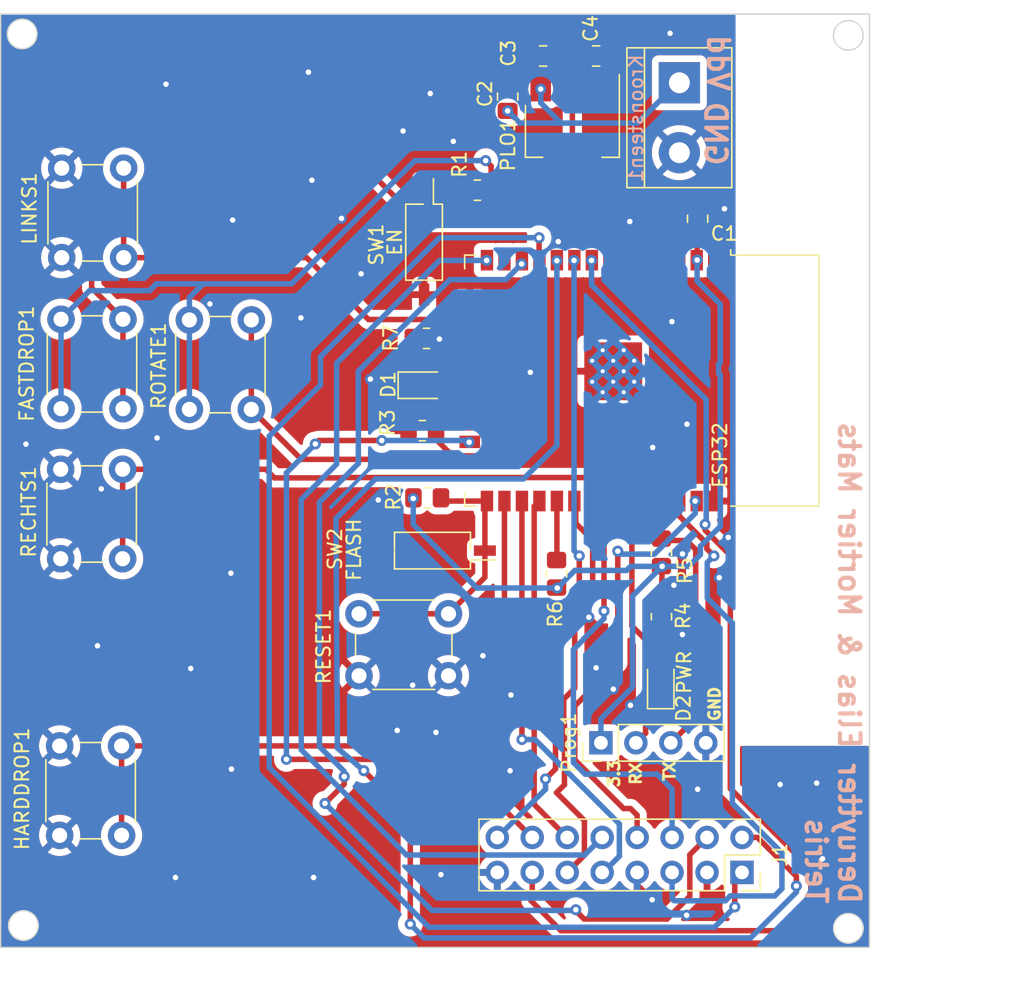
<source format=kicad_pcb>
(kicad_pcb (version 20221018) (generator pcbnew)
  (layers (0 "F.Cu" signal) (31 "B.Cu" signal) (34 "B.Paste" user) (35 "F.Paste" user) (36 "B.SilkS" user "B.Silkscreen") (37 "F.SilkS" user "F.Silkscreen") (38 "B.Mask" user) (39 "F.Mask" user) (44 "Edge.Cuts" user))
  (net 0 "")
  (net 1 "+3.3V")
  (net 2 "GND")
  (net 3 "VDD")
  (net 4 "Net-(D1-K)")
  (net 5 "GPIO2")
  (net 6 "Net-(D2-A)")
  (net 7 "GPIO35")
  (net 8 "GPIO4")
  (net 9 "RX0")
  (net 10 "TX0")
  (net 13 "GPIO25")
  (net 14 "GPIO27")
  (net 15 "GPIO21")
  (net 16 "GPIO23")
  (net 17 "GPIO12")
  (net 18 "GPIO17")
  (net 19 "GPIO15")
  (net 20 "GPIO33")
  (net 21 "GPIO26")
  (net 22 "GPIO22")
  (net 23 "GPIO16")
  (net 24 "GPIO18")
  (net 25 "GPIO32")
  (net 26 "GPIO13")
  (net 27 "/EN")
  (net 28 "GPIO0")
  (net 29 "GPIO5")
  (net 30 "GPIO19")
  (footprint "Resistor_SMD:R_0805_2012Metric_Pad1.20x1.40mm_HandSolder" (layer "F.Cu") (at 85.852 103.9208 90)
    (fp_text reference "R6")
    (fp_text value "10K")
  )
  (footprint "Resistor_SMD:R_0805_2012Metric_Pad1.20x1.40mm_HandSolder" (layer "F.Cu") (at 76.454 98.3996)
    (fp_text reference "R2")
    (fp_text value "10K")
  )
  (footprint "Capacitor_SMD:C_0805_2012Metric_Pad1.18x1.45mm_HandSolder" (layer "F.Cu") (at 96.1 78.125 90)
    (fp_text reference "C1")
    (fp_text value "100uF/6.3V")
  )
  (footprint "LED_SMD:LED_0805_2012Metric_Pad1.15x1.40mm_HandSolder" (layer "F.Cu") (at 76.2 90.2208)
    (fp_text reference "D1")
    (fp_text value "BLUE")
  )
  (footprint "Capacitor_SMD:C_0805_2012Metric_Pad1.18x1.45mm_HandSolder" (layer "F.Cu") (at 82.3 69.25 90)
    (fp_text reference "C2")
    (fp_text value "10uF")
  )
  (footprint "Resistor_SMD:R_0805_2012Metric_Pad1.20x1.40mm_HandSolder" (layer "F.Cu") (at 76.0984 93.5228)
    (fp_text reference "R3")
    (fp_text value "10K")
  )
  (footprint "LED_SMD:LED_0805_2012Metric_Pad1.15x1.40mm_HandSolder" (layer "F.Cu") (at 93.4212 111.8616 90)
    (fp_text reference "D2")
    (fp_text value "PWR")
  )
  (footprint "Resistor_SMD:R_0805_2012Metric_Pad1.20x1.40mm_HandSolder" (layer "F.Cu") (at 93.472 102.362 90)
    (fp_text reference "R5")
    (fp_text value "10K")
  )
  (footprint "Resistor_SMD:R_0805_2012Metric_Pad1.20x1.40mm_HandSolder" (layer "F.Cu") (at 80.1 76.05 180)
    (fp_text reference "R1")
    (fp_text value "10K")
  )
  (footprint "Button_Switch_THT:SW_PUSH_6mm" (layer "F.Cu") (at 49.85 91.925 90)
    (fp_text reference "FASTDROP1")
    (fp_text value "SW_Push")
  )
  (footprint "Button_Switch_THT:SW_PUSH_6mm" (layer "F.Cu") (at 49.75 122.925 90)
    (fp_text reference "HARDDROP1")
    (fp_text value "SW_Push")
  )
  (footprint "Resistor_SMD:R_0805_2012Metric_Pad1.20x1.40mm_HandSolder" (layer "F.Cu") (at 76.4032 86.8172)
    (fp_text reference "R7")
    (fp_text value "1K")
  )
  (footprint "Button_Switch_THT:SW_PUSH_6mm" (layer "F.Cu") (at 49.825 102.825 90)
    (fp_text reference "RECHTS1")
    (fp_text value "SW_Push")
  )
  (footprint "Button_Switch_THT:SW_PUSH_6mm" (layer "F.Cu") (at 59.175 91.975 90)
    (fp_text reference "ROTATE1")
    (fp_text value "SW_Push")
  )
  (footprint "Capacitor_SMD:C_0805_2012Metric_Pad1.18x1.45mm_HandSolder" (layer "F.Cu") (at 88.725 66.3)
    (fp_text reference "C4")
    (fp_text value "10uF")
  )
  (footprint "Button_Switch_THT:SW_PUSH_6mm" (layer "F.Cu") (at 78 111.325 180)
    (fp_text reference "RESET1")
    (fp_text value "SW_Push")
  )
  (footprint "Button_Switch_THT:SW_PUSH_6mm" (layer "F.Cu") (at 49.9 80.95 90)
    (fp_text reference "LINKS1")
    (fp_text value "SW_Push")
  )
  (footprint "Connector_PinHeader_2.54mm:PinHeader_1x04_P2.54mm_Vertical" (layer "F.Cu") (at 89.075 116.2 90)
    (fp_text reference "Prog1")
    (fp_text value "Conn_01x04_Pin")
  )
  (footprint "Package_TO_SOT_SMD:SOT-223-3_TabPin2" (layer "F.Cu") (at 87 71.75 -90)
    (fp_text reference "PLO1")
    (fp_text value "AMS1117-3.3")
  )
  (footprint "Capacitor_SMD:C_0805_2012Metric_Pad1.18x1.45mm_HandSolder" (layer "F.Cu") (at 84.875 66.3)
    (fp_text reference "C3")
    (fp_text value "100nF")
  )
  (footprint "TerminalBlock:TerminalBlock_bornier-2_P5.08mm" (layer "F.Cu") (at 94.775 68.245 -90)
    (fp_text reference "Kroonsteen1")
    (fp_text value "Screw_Terminal_01x02")
  )
  (footprint "Button_Switch_SMD:SW_DIP_SPSTx01_Slide_Copal_CHS-01B_W7.62mm_P1.27mm" (layer "F.Cu") (at 76.225 79.825 -90)
    (fp_text reference "SW1")
    (fp_text value "EN")
  )
  (footprint "Connector_PinSocket_2.54mm:PinSocket_2x08_P2.54mm_Vertical" (layer "F.Cu") (at 99.325 125.615 -90)
    (fp_text reference "J1")
    (fp_text value "Conn_02x08_Top_Bottom")
  )
  (footprint "RF_Module:ESP32-WROOM-32" (layer "F.Cu") (at 89.0558 89.8838 -90)
    (fp_text reference "ESP32")
    (fp_text value "ESP32-WROOM-32")
  )
  (footprint "Button_Switch_SMD:SW_DIP_SPSTx01_Slide_Copal_CHS-01B_W7.62mm_P1.27mm" (layer "F.Cu") (at 76.835 102.235 180)
    (fp_text reference "SW2")
    (fp_text value "FLASH")
  )
  (footprint "Resistor_SMD:R_0805_2012Metric_Pad1.20x1.40mm_HandSolder" (layer "F.Cu") (at 93.472 107.0356 -90)
    (fp_text reference "R4")
    (fp_text value "1K")
  )
  (gr_circle (center 47.025 64.7) (end 48.102631 64.7) (stroke (width 0.1)) (fill none) (layer "Edge.Cuts"))
  (gr_circle (center 47.117 129.47463) (end 47.879 130.23663) (stroke (width 0.1)) (fill none) (layer "Edge.Cuts"))
  (gr_circle (center 107.04737 64.8) (end 107.80937 65.562) (stroke (width 0.1)) (fill none) (layer "Edge.Cuts"))
  (gr_rect (start 45.466 63.253) (end 108.585 131.064) (stroke (width 0.1)) (fill none) (layer "Edge.Cuts"))
  (gr_circle (center 107.05263 129.675) (end 107.81463 130.437) (stroke (width 0.1)) (fill none) (layer "Edge.Cuts"))
  (gr_text "GND\n" (at 96.525 74.425 -90) (layer "B.SilkS") (effects (font (size 1.5 1.5) (thickness 0.3) bold) (justify left bottom mirror)))
  (gr_text "Deruytter Elias & Mortier Mats\nTetris" (at 103.825 128.05 -90) (layer "B.SilkS") (effects (font (size 1.5 1.5) (thickness 0.3) bold) (justify left bottom mirror)))
  (gr_text "Vdd" (at 96.725 69 270) (layer "B.SilkS") (effects (font (size 1.5 1.5) (thickness 0.3) bold) (justify left bottom mirror)))
  (gr_text "RX" (at 92.075 119.35 90) (layer "F.SilkS") (effects (font (size 0.8 0.8) (thickness 0.2) bold) (justify left bottom)))
  (gr_text "3.3" (at 90.5 119.525 90) (layer "F.SilkS") (effects (font (size 0.8 0.8) (thickness 0.2) bold) (justify left bottom)))
  (gr_text "TX" (at 94.525 119.075 90) (layer "F.SilkS") (effects (font (size 0.8 0.8) (thickness 0.2) bold) (justify left bottom)))
  (gr_text "GND" (at 97.8 114.725 90) (layer "F.SilkS") (effects (font (size 0.8 0.8) (thickness 0.2) bold) (justify left bottom)))
  (segment (start 96.0628 81.1276) (end 96.0628 79.1997) (width 0.4) (layer "F.Cu") (net 1))
  (segment (start 87 68.6) (end 87 74.9) (width 0.4) (layer "F.Cu") (net 1))
  (segment (start 81.1 76.05) (end 81.1 74.3) (width 0.4) (layer "F.Cu") (net 1))
  (segment (start 82.25 74.9) (end 87 74.9) (width 0.4) (layer "F.Cu") (net 1))
  (segment (start 96.0628 79.1997) (end 96.1 79.1625) (width 0.4) (layer "F.Cu") (net 1))
  (segment (start 87 68.6) (end 87 66.9875) (width 0.4) (layer "F.Cu") (net 1))
  (segment (start 81.1 74.3) (end 80.7 73.9) (width 0.4) (layer "F.Cu") (net 1))
  (segment (start 95.2125 79.1625) (end 96.1 79.1625) (width 0.4) (layer "F.Cu") (net 1))
  (segment (start 85.9125 66.3) (end 87.6875 66.3) (width 0.4) (layer "F.Cu") (net 1))
  (segment (start 87 74.9) (end 90.95 74.9) (width 0.4) (layer "F.Cu") (net 1))
  (segment (start 90.95 74.9) (end 95.2125 79.1625) (width 0.4) (layer "F.Cu") (net 1))
  (segment (start 87 66.9875) (end 87.6875 66.3) (width 0.4) (layer "F.Cu") (net 1))
  (segment (start 81.1 76.05) (end 82.25 74.9) (width 0.4) (layer "F.Cu") (net 1))
  (segment (start 80.7 73.9) (end 80.925 74.125) (width 0.4) (layer "F.Cu") (net 1))
  (segment (start 93.472 103.362) (end 93.5228 103.378) (width 0.4) (layer "F.Cu") (net 1))
  (segment (start 93.5228 103.378) (end 93.472 106.0356) (width 0.4) (layer "F.Cu") (net 1))
  (segment (start 96.0358 81.1338) (end 96.0628 81.1276) (width 0.4) (layer "F.Cu") (net 1))
  (via (at 93.5228 103.378) (size 0.8) (drill 0.4) (layers "F.Cu" "B.Cu") (net 1))
  (via (at 85.9028 104.9528) (size 0.8) (drill 0.4) (layers "F.Cu" "B.Cu") (net 1))
  (via (at 75.438 98.4504) (size 0.8) (drill 0.4) (layers "F.Cu" "B.Cu") (net 1))
  (via (at 96.0628 81.1276) (size 0.8) (drill 0.4) (layers "F.Cu" "B.Cu") (net 1))
  (via (at 80.7 73.9) (size 0.8) (drill 0.4) (layers "F.Cu" "B.Cu") (net 1))
  (segment (start 90.938129 103.675) (end 87.1806 103.675) (width 0.4) (layer "B.Cu") (net 1))
  (segment (start 80.7 73.9) (end 75.556371 73.9) (width 0.4) (layer "B.Cu") (net 1))
  (segment (start 97.625 88.695629) (end 97.75 88.570629) (width 0.4) (layer "B.Cu") (net 1))
  (segment (start 87.1806 103.675) (end 85.9028 104.9528) (width 0.4) (layer "B.Cu") (net 1))
  (segment (start 96.3 101.9216) (end 97.75 100.4716) (width 0.4) (layer "B.Cu") (net 1))
  (segment (start 80.0608 104.9528) (end 85.9028 104.9528) (width 0.4) (layer "B.Cu") (net 1))
  (segment (start 75.556371 73.9) (end 66.606371 82.85) (width 0.4) (layer "B.Cu") (net 1))
  (segment (start 89.075 116.2) (end 89.075 114.45) (width 0.4) (layer "B.Cu") (net 1))
  (segment (start 95.447 103.378) (end 96.3 102.525) (width 0.4) (layer "B.Cu") (net 1))
  (segment (start 75.438 100.33) (end 80.0608 104.9528) (width 0.4) (layer "B.Cu") (net 1))
  (segment (start 49.85 91.925) (end 49.85 85.425) (width 0.4) (layer "B.Cu") (net 1))
  (segment (start 91.375 105.5258) (end 93.5228 103.378) (width 0.4) (layer "B.Cu") (net 1))
  (segment (start 96.3 102.525) (end 96.3 101.9216) (width 0.4) (layer "B.Cu") (net 1))
  (segment (start 91.375 112.15) (end 91.375 105.5258) (width 0.4) (layer "B.Cu") (net 1))
  (segment (start 51.925 83.35) (end 49.85 85.425) (width 0.4) (layer "B.Cu") (net 1))
  (segment (start 91.235129 103.378) (end 90.938129 103.675) (width 0.4) (layer "B.Cu") (net 1))
  (segment (start 97.75 84.3388) (end 96.0628 82.6516) (width 0.4) (layer "B.Cu") (net 1))
  (segment (start 93.5228 103.378) (end 91.235129 103.378) (width 0.4) (layer "B.Cu") (net 1))
  (segment (start 59.175 83.85) (end 59.175 85.475) (width 0.4) (layer "B.Cu") (net 1))
  (segment (start 60.175 82.85) (end 59.175 83.85) (width 0.4) (layer "B.Cu") (net 1))
  (segment (start 56.775 82.85) (end 56.275 83.35) (width 0.4) (layer "B.Cu") (net 1))
  (segment (start 97.75 100.4716) (end 97.75 89.483371) (width 0.4) (layer "B.Cu") (net 1))
  (segment (start 59.175 85.475) (end 59.175 91.975) (width 0.4) (layer "B.Cu") (net 1))
  (segment (start 56.275 83.35) (end 51.925 83.35) (width 0.4) (layer "B.Cu") (net 1))
  (segment (start 66.606371 82.85) (end 60.175 82.85) (width 0.4) (layer "B.Cu") (net 1))
  (segment (start 96.0628 82.6516) (end 96.0628 81.1276) (width 0.4) (layer "B.Cu") (net 1))
  (segment (start 93.5228 103.378) (end 95.447 103.378) (width 0.4) (layer "B.Cu") (net 1))
  (segment (start 89.075 114.45) (end 91.375 112.15) (width 0.4) (layer "B.Cu") (net 1))
  (segment (start 97.75 89.483371) (end 97.625 89.358371) (width 0.4) (layer "B.Cu") (net 1))
  (segment (start 60.175 82.85) (end 56.775 82.85) (width 0.4) (layer "B.Cu") (net 1))
  (segment (start 97.75 88.570629) (end 97.75 84.3388) (width 0.4) (layer "B.Cu") (net 1))
  (segment (start 75.438 98.4504) (end 75.438 100.33) (width 0.4) (layer "B.Cu") (net 1))
  (segment (start 97.625 89.358371) (end 97.625 88.695629) (width 0.4) (layer "B.Cu") (net 1))
  (segment (start 89.2033 87.6788) (end 89.9658 87.6788) (width 0.4) (layer "F.Cu") (net 2))
  (segment (start 91.4908 89.9663) (end 91.4908 90.7288) (width 0.4) (layer "F.Cu") (net 2))
  (segment (start 88.4408 87.6788) (end 89.9658 89.2038) (width 0.4) (layer "F.Cu") (net 2))
  (segment (start 88.4408 88.4413) (end 88.4408 87.6788) (width 0.4) (layer "F.Cu") (net 2))
  (segment (start 88.4408 89.2038) (end 88.4408 88.4413) (width 0.4) (layer "F.Cu") (net 2))
  (segment (start 90.7283 90.7288) (end 89.9658 90.7288) (width 0.4) (layer "F.Cu") (net 2))
  (segment (start 91.4908 90.7288) (end 90.7283 90.7288) (width 0.4) (layer "F.Cu") (net 2))
  (segment (start 95.3 128.725) (end 95.4005 128.725) (width 0.25) (layer "F.Cu") (net 2))
  (segment (start 89.9658 89.2038) (end 91.4908 87.6788) (width 0.4) (layer "F.Cu") (net 2))
  (segment (start 91.4908 87.6788) (end 91.4908 88.4413) (width 0.4) (layer "F.Cu") (net 2))
  (segment (start 89.9658 89.2038) (end 88.4408 90.7288) (width 0.4) (layer "F.Cu") (net 2))
  (segment (start 91.4908 89.2038) (end 91.4908 89.9663) (width 0.4) (layer "F.Cu") (net 2))
  (segment (start 95.4005 128.725) (end 96.785 127.3405) (width 0.4) (layer "F.Cu") (net 2))
  (segment (start 90.7283 87.6788) (end 91.4908 88.4413) (width 0.4) (layer "F.Cu") (net 2))
  (segment (start 89.9658 90.7288) (end 89.2033 90.7288) (width 0.4) (layer "F.Cu") (net 2))
  (segment (start 96.785 127.3405) (end 96.785 125.615) (width 0.4) (layer "F.Cu") (net 2))
  (segment (start 88.4408 90.7288) (end 88.4408 89.9663) (width 0.4) (layer "F.Cu") (net 2))
  (segment (start 88.4408 87.6788) (end 89.2033 87.6788) (width 0.4) (layer "F.Cu") (net 2))
  (segment (start 89.2033 90.7288) (end 88.4408 90.7288) (width 0.4) (layer "F.Cu") (net 2))
  (segment (start 88.4408 89.9663) (end 88.4408 89.2038) (width 0.4) (layer "F.Cu") (net 2))
  (segment (start 89.9658 89.2038) (end 91.4908 90.7288) (width 0.4) (layer "F.Cu") (net 2))
  (segment (start 96.387299 116.507701) (end 96.695 116.2) (width 0.4) (layer "F.Cu") (net 2))
  (segment (start 90.7283 87.6788) (end 91.4908 87.6788) (width 0.4) (layer "F.Cu") (net 2))
  (segment (start 89.9658 87.6788) (end 90.7283 87.6788) (width 0.4) (layer "F.Cu") (net 2))
  (segment (start 92.8 127.6005) (end 91.705 126.5055) (width 0.4) (layer "F.Cu") (net 2))
  (segment (start 91.705 126.5055) (end 91.705 125.615) (width 0.4) (layer "F.Cu") (net 2))
  (segment (start 91.4908 88.4413) (end 91.4908 89.2038) (width 0.4) (layer "F.Cu") (net 2))
  (via (at 91.225 113.475) (size 0.8) (drill 0.4) (layers "F.Cu" "B.Cu") (net 2))
  (via (at 94.234 85.598) (size 0.8) (drill 0.4) (layers "F.Cu" "B.Cu") (net 2))
  (via (at 78.35 72.5) (size 0.8) (drill 0.4) (layers "F.Cu" "B.Cu") (net 2))
  (via (at 82.475 118.225) (size 0.8) (drill 0.4) (layers "F.Cu" "B.Cu") (net 2))
  (via (at 83.947 89.281) (size 0.8) (drill 0.4) (layers "F.Cu" "B.Cu") (net 2))
  (via (at 91.175 78.325) (size 0.8) (drill 0.4) (layers "F.Cu" "B.Cu") (net 2))
  (via (at 82.5363 112.725) (size 0.8) (drill 0.4) (layers "F.Cu" "B.Cu") (net 2))
  (via (at 68.199 125.984) (size 0.8) (drill 0.4) (layers "F.Cu" "B.Cu") (net 2))
  (via (at 92.837 94.742) (size 0.8) (drill 0.4) (layers "F.Cu" "B.Cu") (net 2))
  (via (at 98.05 77.4) (size 0.8) (drill 0.4) (layers "F.Cu" "B.Cu") (net 2))
  (via (at 47.3 94.5) (size 0.8) (drill 0.4) (layers "F.Cu" "B.Cu") (net 2))
  (via (at 95.3 128.725) (size 0.8) (drill 0.4) (layers "F.Cu" "B.Cu") (net 2))
  (via (at 102.1 119.225) (size 0.8) (drill 0.4) (layers "F.Cu" "B.Cu") (net 2))
  (via (at 95.325 93.05) (size 0.8) (drill 0.4) (layers "F.Cu" "B.Cu") (net 2))
  (via (at 62.191 103.873) (size 0.8) (drill 0.4) (layers "F.Cu" "B.Cu") (net 2))
  (via (at 67.825 67.475) (size 0.8) (drill 0.4) (layers "F.Cu" "B.Cu") (net 2))
  (via (at 62.318 78.219) (size 0.8) (drill 0.4) (layers "F.Cu" "B.Cu") (net 2))
  (via (at 105.175 124.625) (size 0.8) (drill 0.4) (layers "F.Cu" "B.Cu") (net 2))
  (via (at 59.275 110.8) (size 0.8) (drill 0.4) (layers "F.Cu" "B.Cu") (net 2))
  (via (at 68.075 75.325) (size 0.8) (drill 0.4) (layers "F.Cu" "B.Cu") (net 2))
  (via (at 72.898 98.552) (size 0.8) (drill 0.4) (layers "F.Cu" "B.Cu") (net 2))
  (via (at 77.343 86.868) (size 0.8) (drill 0.4) (layers "F.Cu" "B.Cu") (net 2))
  (via (at 76.675 69.025) (size 0.8) (drill 0.4) (layers "F.Cu" "B.Cu") (net 2))
  (via (at 95 102.475) (size 0.8) (drill 0.4) (layers "F.Cu" "B.Cu") (net 2))
  (via (at 71.65 82.125) (size 0.8) (drill 0.4) (layers "F.Cu" "B.Cu") (net 2))
  (via (at 77.45 125.775) (size 0.8) (drill 0.4) (layers "F.Cu" "B.Cu") (net 2))
  (via (at 89.975 112.3) (size 0.8) (drill 0.4) (layers "F.Cu" "B.Cu") (net 2))
  (via (at 75.4 112.014) (size 0.8) (drill 0.4) (layers "F.Cu" "B.Cu") (net 2))
  (via (at 72.325 89.775) (size 0.8) (drill 0.4) (layers "F.Cu" "B.Cu") (net 2))
  (via (at 74.7 71.75) (size 0.8) (drill 0.4) (layers "F.Cu" "B.Cu") (net 2))
  (via (at 94.996 108.331) (size 0.8) (drill 0.4) (layers "F.Cu" "B.Cu") (net 2))
  (via (at 92.8 127.6005) (size 0.8) (drill 0.4) (layers "F.Cu" "B.Cu") (net 2))
  (via (at 98.325 101.275) (size 0.8) (drill 0.4) (layers "F.Cu" "B.Cu") (net 2))
  (via (at 60.667 84.315) (size 0.8) (drill 0.4) (layers "F.Cu" "B.Cu") (net 2))
  (via (at 52.775 97.75) (size 0.8) (drill 0.4) (layers "F.Cu" "B.Cu") (net 2))
  (via (at 56.825 94.05) (size 0.8) (drill 0.4) (layers "F.Cu" "B.Cu") (net 2))
  (via (at 88.2 107.075) (size 0.8) (drill 0.4) (layers "F.Cu" "B.Cu") (net 2))
  (via (at 96.1 119.575) (size 0.8) (drill 0.4) (layers "F.Cu" "B.Cu") (net 2))
  (via (at 97.675 104.2) (size 0.8) (drill 0.4) (layers "F.Cu" "B.Cu") (net 2))
  (via (at 52.5 109.15) (size 0.8) (drill 0.4) (layers "F.Cu" "B.Cu") (net 2))
  (via (at 58.166 125.984) (size 0.8) (drill 0.4) (layers "F.Cu" "B.Cu") (net 2))
  (via (at 74.275 115.3) (size 0.8) (drill 0.4) (layers "F.Cu" "B.Cu") (net 2))
  (via (at 62.23 118.11) (size 0.8) (drill 0.4) (layers "F.Cu" "B.Cu") (net 2))
  (via (at 57.475 68.35) (size 0.8) (drill 0.4) (layers "F.Cu" "B.Cu") (net 2))
  (via (at 70.225 78.1) (size 0.8) (drill 0.4) (layers "F.Cu" "B.Cu") (net 2))
  (via (at 94.375 104.75) (size 0.8) (drill 0.4) (layers "F.Cu" "B.Cu") (net 2))
  (via (at 80.5 109.875) (size 0.8) (drill 0.4) (layers "F.Cu" "B.Cu") (net 2))
  (via (at 94.1 64.65) (size 0.8) (drill 0.4) (layers "F.Cu" "B.Cu") (net 2))
  (via (at 104.75 119.125) (size 0.8) (drill 0.4) (layers "F.Cu" "B.Cu") (net 2))
  (via (at 67.275 85.325) (size 0.8) (drill 0.4) (layers "F.Cu" "B.Cu") (net 2))
  (via (at 77.089 115.443) (size 0.8) (drill 0.4) (layers "F.Cu" "B.Cu") (net 2))
  (via (at 88.725 110.75) (size 0.8) (drill 0.4) (layers "F.Cu" "B.Cu") (net 2))
  (via (at 85.975 79.784298) (size 0.8) (drill 0.4) (layers "F.Cu" "B.Cu") (net 2))
  (segment (start 97.675 104.2) (end 98.325 103.55) (width 0.4) (layer "B.Cu") (net 2))
  (segment (start 98.325 103.55) (end 98.325 101.275) (width 0.4) (layer "B.Cu") (net 2))
  (segment (start 84.7 68.6) (end 84.7 68.7) (width 0.4) (layer "F.Cu") (net 3))
  (via (at 84.7 68.7) (size 0.8) (drill 0.4) (layers "F.Cu" "B.Cu") (net 3))
  (via (at 82.3 70.2875) (size 0.8) (drill 0.4) (layers "F.Cu" "B.Cu") (net 3))
  (segment (start 86.175 71.175) (end 84.7 69.7) (width 0.4) (layer "B.Cu") (net 3))
  (segment (start 94.775 68.245) (end 94.655 68.245) (width 0.4) (layer "B.Cu") (net 3))
  (segment (start 94.655 68.245) (end 92.475 70.425) (width 0.4) (layer "B.Cu") (net 3))
  (segment (start 84.7 69.7) (end 84.7 68.7) (width 0.4) (layer "B.Cu") (net 3))
  (segment (start 86.175 71.175) (end 91.725 71.175) (width 0.4) (layer "B.Cu") (net 3))
  (segment (start 83.1875 71.175) (end 86.175 71.175) (width 0.4) (layer "B.Cu") (net 3))
  (segment (start 91.725 71.175) (end 92.475 70.425) (width 0.4) (layer "B.Cu") (net 3))
  (segment (start 82.3 70.2875) (end 83.1875 71.175) (width 0.4) (layer "B.Cu") (net 3))
  (segment (start 75.4032 89.9926) (end 75.175 90.2208) (width 0.4) (layer "F.Cu") (net 4))
  (segment (start 75.4032 86.8172) (end 75.4032 89.9926) (width 0.4) (layer "F.Cu") (net 4))
  (segment (start 63.675 91.975) (end 63.675 86.0438) (width 0.4) (layer "F.Cu") (net 5))
  (segment (start 77.0984 93.5228) (end 77.0984 94.1564) (width 0.4) (layer "F.Cu") (net 5))
  (segment (start 67.3038 95.6038) (end 63.675 91.975) (width 0.4) (layer "F.Cu") (net 5))
  (segment (start 69.2422 95.6038) (end 67.3038 95.6038) (width 0.4) (layer "F.Cu") (net 5))
  (segment (start 69.2422 95.6038) (end 79.5458 95.6038) (width 0.4) (layer "F.Cu") (net 5))
  (segment (start 77.0984 93.5228) (end 77.0984 90.3474) (width 0.4) (layer "F.Cu") (net 5))
  (segment (start 78.5458 95.6038) (end 79.5458 95.6038) (width 0.4) (layer "F.Cu") (net 5))
  (segment (start 77.0984 94.1564) (end 78.5458 95.6038) (width 0.4) (layer "F.Cu") (net 5))
  (segment (start 77.0984 90.3474) (end 77.225 90.2208) (width 0.4) (layer "F.Cu") (net 5))
  (segment (start 93.472 108.0356) (end 93.472 110.7858) (width 0.4) (layer "F.Cu") (net 6))
  (segment (start 93.472 110.7858) (end 93.4212 110.8366) (width 0.4) (layer "F.Cu") (net 6))
  (segment (start 75.975 78.4) (end 75.3625 77.7875) (width 0.4) (layer "F.Cu") (net 7))
  (segment (start 87.532 78.4) (end 75.975 78.4) (width 0.4) (layer "F.Cu") (net 7))
  (segment (start 52.075 83.15) (end 52.075 81.85) (width 0.4) (layer "F.Cu") (net 7))
  (segment (start 89.6858 80.5538) (end 87.532 78.4) (width 0.4) (layer "F.Cu") (net 7))
  (segment (start 89.6858 81.1338) (end 89.6858 80.5538) (width 0.4) (layer "F.Cu") (net 7))
  (segment (start 52.075 81.85) (end 52.075 73.85) (width 0.4) (layer "F.Cu") (net 7))
  (segment (start 54.35 85.425) (end 54.35 91.925) (width 0.4) (layer "F.Cu") (net 7))
  (segment (start 69.675 72.1) (end 75.3625 77.7875) (width 0.4) (layer "F.Cu") (net 7))
  (segment (start 53.825 72.1) (end 69.675 72.1) (width 0.4) (layer "F.Cu") (net 7))
  (segment (start 54.35 85.425) (end 52.075 83.15) (width 0.4) (layer "F.Cu") (net 7))
  (segment (start 52.075 73.85) (end 53.825 72.1) (width 0.4) (layer "F.Cu") (net 7))
  (segment (start 54.25 122.925) (end 54.25 116.425) (width 0.4) (layer "F.Cu") (net 8))
  (segment (start 82.0658 111.6842) (end 77.325 116.425) (width 0.4) (layer "F.Cu") (net 8))
  (segment (start 82.0658 98.6338) (end 82.0658 111.6842) (width 0.4) (layer "F.Cu") (net 8))
  (segment (start 77.325 116.425) (end 54.25 116.425) (width 0.4) (layer "F.Cu") (net 8))
  (segment (start 92.2258 99.6966) (end 91.325 100.5974) (width 0.4) (layer "F.Cu") (net 9))
  (segment (start 91.325 107.709439) (end 92.3212 108.705639) (width 0.4) (layer "F.Cu") (net 9))
  (segment (start 92.2258 98.6338) (end 92.2258 99.6966) (width 0.4) (layer "F.Cu") (net 9))
  (segment (start 91.325 100.5974) (end 91.325 107.709439) (width 0.4) (layer "F.Cu") (net 9))
  (segment (start 92.3212 115.4938) (end 91.615 116.2) (width 0.4) (layer "F.Cu") (net 9))
  (segment (start 92.3212 108.705639) (end 92.3212 115.4938) (width 0.4) (layer "F.Cu") (net 9))
  (segment (start 95.9612 102.1588) (end 95.3008 101.4984) (width 0.4) (layer "F.Cu") (net 10))
  (segment (start 93.4958 98.6338) (end 93.4958 101.3382) (width 0.4) (layer "F.Cu") (net 10))
  (segment (start 95.9612 114.3938) (end 95.9612 102.1588) (width 0.4) (layer "F.Cu") (net 10))
  (segment (start 93.4958 101.3382) (end 93.472 101.362) (width 0.4) (layer "F.Cu") (net 10))
  (segment (start 94.155 116.2) (end 95.9612 114.3938) (width 0.4) (layer "F.Cu") (net 10))
  (segment (start 95.3008 101.4984) (end 93.6084 101.4984) (width 0.4) (layer "F.Cu") (net 10))
  (segment (start 93.6084 101.4984) (end 93.472 101.362) (width 0.4) (layer "F.Cu") (net 10))
  (segment (start 71.85 118.225) (end 75.225 121.6) (width 0.4) (layer "F.Cu") (net 13))
  (segment (start 103.275 126.6) (end 103.275 125.9) (width 0.4) (layer "F.Cu") (net 13))
  (segment (start 75.225 121.6) (end 75.225 129.375) (width 0.4) (layer "F.Cu") (net 13))
  (segment (start 75.225 129.375) (end 75.225 121.625) (width 0.25) (layer "F.Cu") (net 13))
  (segment (start 103.275 125.9) (end 100.45 123.075) (width 0.4) (layer "F.Cu") (net 13))
  (segment (start 100.45 123.075) (end 99.325 123.075) (width 0.4) (layer "F.Cu") (net 13))
  (via (at 103.275 126.6) (size 0.8) (drill 0.4) (layers "F.Cu" "B.Cu") (net 13))
  (via (at 71.85 118.225) (size 0.8) (drill 0.4) (layers "F.Cu" "B.Cu") (net 13))
  (via (at 85.875 81.175) (size 0.8) (drill 0.4) (layers "F.Cu" "B.Cu") (net 13))
  (via (at 75.225 129.375) (size 0.8) (drill 0.4) (layers "F.Cu" "B.Cu") (net 13))
  (segment (start 72.7 97.025) (end 69.825 99.9) (width 0.4) (layer "B.Cu") (net 13))
  (segment (start 85.875 94.6) (end 83.45 97.025) (width 0.4) (layer "B.Cu") (net 13))
  (segment (start 85.875 81.175) (end 85.875 94.6) (width 0.4) (layer "B.Cu") (net 13))
  (segment (start 69.825 99.9) (end 69.925 115.4) (width 0.4) (layer "B.Cu") (net 13))
  (segment (start 103.275 126.6) (end 103.275 127.05) (width 0.4) (layer "B.Cu") (net 13))
  (segment (start 76.225 130.375) (end 75.225 129.375) (width 0.4) (layer "B.Cu") (net 13))
  (segment (start 83.45 97.025) (end 72.7 97.025) (width 0.4) (layer "B.Cu") (net 13))
  (segment (start 69.925 116.575) (end 71.85 118.225) (width 0.4) (layer "B.Cu") (net 13))
  (segment (start 99.95 130.375) (end 76.225 130.375) (width 0.4) (layer "B.Cu") (net 13))
  (segment (start 103.275 127.05) (end 99.95 130.375) (width 0.4) (layer "B.Cu") (net 13))
  (segment (start 69.925 115.4) (end 69.925 116.575) (width 0.4) (layer "B.Cu") (net 13))
  (segment (start 87.85 129) (end 93.875 129) (width 0.4) (layer "F.Cu") (net 14))
  (segment (start 93.875 129) (end 95.535 127.34) (width 0.4) (layer "F.Cu") (net 14))
  (segment (start 95.535 127.34) (end 95.535 124.325) (width 0.4) (layer "F.Cu") (net 14))
  (segment (start 95.535 124.325) (end 96.785 123.075) (width 0.4) (layer "F.Cu") (net 14))
  (segment (start 87.25 128.4) (end 87.85 129) (width 0.4) (layer "F.Cu") (net 14))
  (segment (start 69.025 120.6) (end 70.425 119.2) (width 0.4) (layer "F.Cu") (net 14))
  (segment (start 70.425 119.2) (end 70.425 118.65) (width 0.4) (layer "F.Cu") (net 14))
  (via (at 69.025 120.6) (size 0.8) (drill 0.4) (layers "F.Cu" "B.Cu") (net 14))
  (via (at 70.425 118.65) (size 0.8) (drill 0.4) (layers "F.Cu" "B.Cu") (net 14))
  (via (at 83.312 81.407) (size 0.8) (drill 0.4) (layers "F.Cu" "B.Cu") (net 14))
  (via (at 87.25 128.3255) (size 0.8) (drill 0.4) (layers "F.Cu" "B.Cu") (net 14))
  (segment (start 68.625 116.475) (end 68.625 115.7) (width 0.4) (layer "B.Cu") (net 14))
  (segment (start 72.216695 88.429) (end 71.792 88.853695) (width 0.4) (layer "B.Cu") (net 14))
  (segment (start 71.45 95.9) (end 68.625 98.725) (width 0.4) (layer "B.Cu") (net 14))
  (segment (start 72.226 88.429) (end 72.216695 88.429) (width 0.4) (layer "B.Cu") (net 14))
  (segment (start 76.8 128.375) (end 69.025 120.6) (width 0.4) (layer "B.Cu") (net 14))
  (segment (start 78.105 82.55) (end 72.226 88.429) (width 0.4) (layer "B.Cu") (net 14))
  (segment (start 82.169 82.55) (end 78.105 82.55) (width 0.4) (layer "B.Cu") (net 14))
  (segment (start 70.425 118.65) (end 70.425 118.275) (width 0.25) (layer "B.Cu") (net 14))
  (segment (start 83.312 81.407) (end 82.169 82.55) (width 0.4) (layer "B.Cu") (net 14))
  (segment (start 87.2005 128.375) (end 76.8 128.375) (width 0.4) (layer "B.Cu") (net 14))
  (segment (start 71.792 88.853695) (end 71.792 88.863) (width 0.4) (layer "B.Cu") (net 14))
  (segment (start 87.25 128.3255) (end 87.2005 128.375) (width 0.4) (layer "B.Cu") (net 14))
  (segment (start 68.625 98.725) (end 68.625 115.7) (width 0.4) (layer "B.Cu") (net 14))
  (segment (start 71.792 88.863) (end 71.45 89.205) (width 0.4) (layer "B.Cu") (net 14))
  (segment (start 70.425 118.275) (end 68.625 116.475) (width 0.4) (layer "B.Cu") (net 14))
  (segment (start 71.45 89.205) (end 71.45 95.9) (width 0.4) (layer "B.Cu") (net 14))
  (segment (start 89.3 106.625) (end 89.3 101.454) (width 0.4) (layer "F.Cu") (net 15))
  (segment (start 89.3 101.454) (end 90.9558 99.7982) (width 0.4) (layer "F.Cu") (net 15))
  (segment (start 90.9558 99.7982) (end 90.9558 98.6338) (width 0.4) (layer "F.Cu") (net 15))
  (via (at 89.3 106.625) (size 0.8) (drill 0.4) (layers "F.Cu" "B.Cu") (net 15))
  (segment (start 89.3 106.625) (end 89.3 107.169) (width 0.4) (layer "B.Cu") (net 15))
  (segment (start 87.825 108.644) (end 87.825 108.675) (width 0.4) (layer "B.Cu") (net 15))
  (segment (start 87.925 118.475) (end 93.1 118.475) (width 0.4) (layer "B.Cu") (net 15))
  (segment (start 93.125 118.45) (end 94.245 119.57) (width 0.4) (layer "B.Cu") (net 15))
  (segment (start 87.075 109.425) (end 87.075 117.625) (width 0.4) (layer "B.Cu") (net 15))
  (segment (start 87.825 108.675) (end 87.075 109.425) (width 0.4) (layer "B.Cu") (net 15))
  (segment (start 89.3 107.169) (end 87.825 108.644) (width 0.4) (layer "B.Cu") (net 15))
  (segment (start 94.245 119.57) (end 94.245 123.075) (width 0.4) (layer "B.Cu") (net 15))
  (segment (start 87.075 117.625) (end 87.925 118.475) (width 0.4) (layer "B.Cu") (net 15))
  (segment (start 93.1 118.475) (end 93.125 118.45) (width 0.4) (layer "B.Cu") (net 15))
  (segment (start 91.225 120.975) (end 91.705 121.455) (width 0.4) (layer "F.Cu") (net 16))
  (segment (start 90.3 102.275) (end 90.3 110.4) (width 0.4) (layer "F.Cu") (net 16))
  (segment (start 91.705 121.455) (end 91.705 123.075) (width 0.4) (layer "F.Cu") (net 16))
  (segment (start 87.175 117.425) (end 90.725 120.975) (width 0.4) (layer "F.Cu") (net 16))
  (segment (start 90.3 110.4) (end 87.175 113.525) (width 0.4) (layer "F.Cu") (net 16))
  (segment (start 87.175 113.525) (end 87.175 117.425) (width 0.4) (layer "F.Cu") (net 16))
  (segment (start 90.725 120.975) (end 91.225 120.975) (width 0.4) (layer "F.Cu") (net 16))
  (via (at 95.9225 98.6338) (size 0.8) (drill 0.4) (layers "F.Cu" "B.Cu") (net 16))
  (via (at 90.3 102.275) (size 0.8) (drill 0.4) (layers "F.Cu" "B.Cu") (net 16))
  (segment (start 90.514 102.489) (end 92.964 102.489) (width 0.4) (layer "B.Cu") (net 16))
  (segment (start 95.9225 99.5305) (end 95.9225 98.6338) (width 0.4) (layer "B.Cu") (net 16))
  (segment (start 90.3 102.275) (end 90.514 102.489) (width 0.4) (layer "B.Cu") (net 16))
  (segment (start 92.964 102.489) (end 95.9225 99.5305) (width 0.4) (layer "B.Cu") (net 16))
  (via (at 80.772 81.153) (size 0.8) (drill 0.4) (layers "F.Cu" "B.Cu") (net 17))
  (segment (start 69.875 95.95) (end 67.3 98.525) (width 0.4) (layer "B.Cu") (net 17))
  (segment (start 67.3 98.525) (end 67.3 116.7) (width 0.4) (layer "B.Cu") (net 17))
  (segment (start 69.875 88.621) (end 69.875 95.95) (width 0.4) (layer "B.Cu") (net 17))
  (segment (start 77.343 81.153) (end 69.875 88.621) (width 0.4) (layer "B.Cu") (net 17))
  (segment (start 87.89 124.35) (end 89.165 123.075) (width 0.4) (layer "B.Cu") (net 17))
  (segment (start 80.772 81.153) (end 77.343 81.153) (width 0.4) (layer "B.Cu") (net 17))
  (segment (start 67.3 116.7) (end 74.95 124.35) (width 0.4) (layer "B.Cu") (net 17))
  (segment (start 74.95 124.35) (end 87.89 124.35) (width 0.4) (layer "B.Cu") (net 17))
  (segment (start 84.225 99.0146) (end 84.6058 98.6338) (width 0.4) (layer "F.Cu") (net 18))
  (segment (start 86.625 123.075) (end 84.225 120.675) (width 0.4) (layer "F.Cu") (net 18))
  (segment (start 84.225 120.675) (end 84.225 99.0146) (width 0.4) (layer "F.Cu") (net 18))
  (segment (start 78.4 117.4) (end 84.075 123.075) (width 0.4) (layer "F.Cu") (net 19))
  (segment (start 68.58 94.234) (end 68.326 94.488) (width 0.4) (layer "F.Cu") (net 19))
  (segment (start 73.15 94.234) (end 68.58 94.234) (width 0.4) (layer "F.Cu") (net 19))
  (segment (start 84.075 123.075) (end 84.085 123.075) (width 0.4) (layer "F.Cu") (net 19))
  (segment (start 66.225 117.4) (end 78.4 117.4) (width 0.4) (layer "F.Cu") (net 19))
  (via (at 79.502 94.361) (size 0.8) (drill 0.4) (layers "F.Cu" "B.Cu") (net 19))
  (via (at 73.15 94.234) (size 0.8) (drill 0.4) (layers "F.Cu" "B.Cu") (net 19))
  (via (at 66.225 117.4) (size 0.8) (drill 0.4) (layers "F.Cu" "B.Cu") (net 19))
  (via (at 68.326 94.488) (size 0.8) (drill 0.4) (layers "F.Cu" "B.Cu") (net 19))
  (segment (start 66.225 96.589) (end 68.326 94.488) (width 0.4) (layer "B.Cu") (net 19))
  (segment (start 66.225 117.4) (end 66.225 96.589) (width 0.4) (layer "B.Cu") (net 19))
  (segment (start 73.15 94.234) (end 79.375 94.234) (width 0.4) (layer "B.Cu") (net 19))
  (segment (start 79.375 94.234) (end 79.502 94.361) (width 0.4) (layer "B.Cu") (net 19))
  (segment (start 87.503 105.647) (end 87.503 102.616) (width 0.4) (layer "F.Cu") (net 20))
  (segment (start 85.05 118.825) (end 85.775 118.1) (width 0.4) (layer "F.Cu") (net 20))
  (segment (start 85.775 118.1) (end 85.775 107.375) (width 0.4) (layer "F.Cu") (net 20))
  (segment (start 85.775 107.375) (end 87.503 105.647) (width 0.4) (layer "F.Cu") (net 20))
  (via (at 87.503 102.616) (size 0.8) (drill 0.4) (layers "F.Cu" "B.Cu") (net 20))
  (via (at 87.122 81.153) (size 0.8) (drill 0.4) (layers "F.Cu" "B.Cu") (net 20))
  (via (at 85.05 118.825) (size 0.8) (drill 0.4) (layers "F.Cu" "B.Cu") (net 20))
  (segment (start 85.05 119.57) (end 81.545 123.075) (width 0.4) (layer "B.Cu") (net 20))
  (segment (start 85.05 118.825) (end 85.05 119.57) (width 0.4) (layer "B.Cu") (net 20))
  (segment (start 87.503 102.616) (end 87.122 102.235) (width 0.4) (layer "B.Cu") (net 20))
  (segment (start 87.122 102.235) (end 87.122 81.153) (width 0.4) (layer "B.Cu") (net 20))
  (segment (start 84.582 81.11) (end 84.6058 81.1338) (width 0.4) (layer "F.Cu") (net 21))
  (segment (start 98.8 126.14) (end 99.325 125.615) (width 0.4) (layer "F.Cu") (net 21))
  (segment (start 84.582 79.502) (end 84.582 81.11) (width 0.4) (layer "F.Cu") (net 21))
  (segment (start 98.8 128.125) (end 98.8 126.14) (width 0.4) (layer "F.Cu") (net 21))
  (via (at 98.8 128.125) (size 0.8) (drill 0.4) (layers "F.Cu" "B.Cu") (net 21))
  (via (at 84.582 79.502) (size 0.8) (drill 0.4) (layers "F.Cu" "B.Cu") (net 21))
  (segment (start 64.975 93.925) (end 68.7 90.2) (width 0.4) (layer "B.Cu") (net 21))
  (segment (start 76.581371 129.6) (end 64.975 117.993629) (width 0.4) (layer "B.Cu") (net 21))
  (segment (start 64.975 117.993629) (end 64.975 93.925) (width 0.4) (layer "B.Cu") (net 21))
  (segment (start 77.343 79.502) (end 84.582 79.502) (width 0.4) (layer "B.Cu") (net 21))
  (segment (start 68.7 90.2) (end 68.7 88.145) (width 0.4) (layer "B.Cu") (net 21))
  (segment (start 97.325 129.6) (end 76.581371 129.6) (width 0.4) (layer "B.Cu") (net 21))
  (segment (start 98.8 128.125) (end 97.325 129.6) (width 0.4) (layer "B.Cu") (net 21))
  (segment (start 68.7 88.145) (end 77.343 79.502) (width 0.4) (layer "B.Cu") (net 21))
  (segment (start 97.282 102.616) (end 96.774 102.108) (width 0.4) (layer "F.Cu") (net 22))
  (segment (start 96.774 101.727) (end 94.7658 99.7188) (width 0.4) (layer "F.Cu") (net 22))
  (segment (start 94.7658 99.7188) (end 94.7658 98.6338) (width 0.4) (layer "F.Cu") (net 22))
  (segment (start 96.774 102.108) (end 96.774 101.727) (width 0.4) (layer "F.Cu") (net 22))
  (via (at 97.282 102.616) (size 0.8) (drill 0.4) (layers "F.Cu" "B.Cu") (net 22))
  (segment (start 96.8 105.675) (end 98.625 107.5) (width 0.4) (layer "B.Cu") (net 22))
  (segment (start 97.282 102.616) (end 96.8 103.098) (width 0.4) (layer "B.Cu") (net 22))
  (segment (start 98.118629 127.675) (end 94.4 127.675) (width 0.4) (layer "B.Cu") (net 22))
  (segment (start 101.7 127.325) (end 98.468629 127.325) (width 0.4) (layer "B.Cu") (net 22))
  (segment (start 102.225 124.2) (end 102.225 126.8) (width 0.4) (layer "B.Cu") (net 22))
  (segment (start 102.225 126.8) (end 101.7 127.325) (width 0.4) (layer "B.Cu") (net 22))
  (segment (start 96.8 103.098) (end 96.8 105.675) (width 0.4) (layer "B.Cu") (net 22))
  (segment (start 98.625 120.6) (end 102.225 124.2) (width 0.4) (layer "B.Cu") (net 22))
  (segment (start 98.468629 127.325) (end 98.118629 127.675) (width 0.4) (layer "B.Cu") (net 22))
  (segment (start 94.245 127.52) (end 94.245 125.615) (width 0.4) (layer "B.Cu") (net 22))
  (segment (start 98.625 107.5) (end 98.625 120.6) (width 0.4) (layer "B.Cu") (net 22))
  (segment (start 94.4 127.675) (end 94.245 127.52) (width 0.4) (layer "B.Cu") (net 22))
  (segment (start 83.3358 115.9608) (end 83.3358 98.6338) (width 0.4) (layer "F.Cu") (net 23))
  (via (at 83.3358 115.9608) (size 0.8) (drill 0.4) (layers "F.Cu" "B.Cu") (net 23))
  (segment (start 89.235 125.615) (end 89.165 125.615) (width 0.4) (layer "B.Cu") (net 23))
  (segment (start 90.415 122.09) (end 90.415 124.435) (width 0.4) (layer "B.Cu") (net 23))
  (segment (start 90.415 124.435) (end 89.235 125.615) (width 0.4) (layer "B.Cu") (net 23))
  (segment (start 83.3358 115.9608) (end 84.2858 115.9608) (width 0.4) (layer "B.Cu") (net 23))
  (segment (start 84.2858 115.9608) (end 90.415 122.09) (width 0.4) (layer "B.Cu") (net 23))
  (segment (start 87.875 121.85) (end 87.875 124.365) (width 0.4) (layer "F.Cu") (net 24))
  (segment (start 87.1728 98.7044) (end 87.249 98.7806) (width 0.4) (layer "F.Cu") (net 24))
  (segment (start 88.475 101.475) (end 88.475 105.523528) (width 0.4) (layer "F.Cu") (net 24))
  (segment (start 86.375 114.820601) (end 86.4245 114.870101) (width 0.4) (layer "F.Cu") (net 24))
  (segment (start 87.249 98.7806) (end 87.249 100.249) (width 0.4) (layer "F.Cu") (net 24))
  (segment (start 87.249 100.249) (end 88.475 101.475) (width 0.4) (layer "F.Cu") (net 24))
  (segment (start 88.475 105.523528) (end 87.175 106.823528) (width 0.4) (layer "F.Cu") (net 24))
  (segment (start 86.375 113.025) (end 86.375 114.820601) (width 0.4) (layer "F.Cu") (net 24))
  (segment (start 87.175 106.823528) (end 87.175 112.225) (width 0.4) (layer "F.Cu") (net 24))
  (segment (start 86.4245 114.870101) (end 86.4245 119.2505) (width 0.4) (layer "F.Cu") (net 24))
  (segment (start 87.875 124.365) (end 86.625 125.615) (width 0.4) (layer "F.Cu") (net 24))
  (segment (start 86.4245 119.2505) (end 85.85 119.825) (width 0.4) (layer "F.Cu") (net 24))
  (segment (start 85.85 119.825) (end 87.875 121.85) (width 0.4) (layer "F.Cu") (net 24))
  (segment (start 87.175 112.225) (end 86.375 113.025) (width 0.4) (layer "F.Cu") (net 24))
  (segment (start 104.325 125.375) (end 104.325 127.325) (width 0.4) (layer "F.Cu") (net 25))
  (segment (start 98.475 119.525) (end 104.325 125.375) (width 0.4) (layer "F.Cu") (net 25))
  (segment (start 96.647 100.33) (end 96.647 100.751472) (width 0.4) (layer "F.Cu") (net 25))
  (segment (start 101.8 129.85) (end 86.175 129.85) (width 0.4) (layer "F.Cu") (net 25))
  (segment (start 84 127.675) (end 84.085 127.59) (width 0.4) (layer "F.Cu") (net 25))
  (segment (start 86.175 129.85) (end 84 127.675) (width 0.4) (layer "F.Cu") (net 25))
  (segment (start 84.085 127.59) (end 84.085 125.615) (width 0.4) (layer "F.Cu") (net 25))
  (segment (start 98.475 102.579472) (end 98.475 119.525) (width 0.4) (layer "F.Cu") (net 25))
  (segment (start 104.325 127.325) (end 101.8 129.85) (width 0.4) (layer "F.Cu") (net 25))
  (segment (start 96.647 100.751472) (end 98.475 102.579472) (width 0.4) (layer "F.Cu") (net 25))
  (via (at 88.392 81.153) (size 0.8) (drill 0.4) (layers "F.Cu" "B.Cu") (net 25))
  (via (at 96.647 100.33) (size 0.8) (drill 0.4) (layers "F.Cu" "B.Cu") (net 25))
  (segment (start 96.725 91.264) (end 96.725 100.252) (width 0.4) (layer "B.Cu") (net 25))
  (segment (start 96.725 100.252) (end 96.647 100.33) (width 0.4) (layer "B.Cu") (net 25))
  (segment (start 88.392 82.931) (end 96.725 91.264) (width 0.4) (layer "B.Cu") (net 25))
  (segment (start 88.392 81.153) (end 88.392 82.931) (width 0.4) (layer "B.Cu") (net 25))
  (segment (start 79.5458 85.4438) (end 72.186099 85.4438) (width 0.4) (layer "F.Cu") (net 26))
  (segment (start 67.692299 80.95) (end 54.4 80.95) (width 0.4) (layer "F.Cu") (net 26))
  (segment (start 54.4 74.45) (end 54.4 80.95) (width 0.4) (layer "F.Cu") (net 26))
  (segment (start 72.186099 85.4438) (end 67.692299 80.95) (width 0.4) (layer "F.Cu") (net 26))
  (segment (start 76.225 76.015) (end 79.065 76.015) (width 0.4) (layer "F.Cu") (net 27))
  (segment (start 94.7658 80.1338) (end 94.207 79.575) (width 0.4) (layer "F.Cu") (net 27))
  (segment (start 90.375 79.575) (end 88.275 77.475) (width 0.4) (layer "F.Cu") (net 27))
  (segment (start 79.065 76.015) (end 79.1 76.05) (width 0.4) (layer "F.Cu") (net 27))
  (segment (start 94.207 79.575) (end 90.375 79.575) (width 0.4) (layer "F.Cu") (net 27))
  (segment (start 88.275 77.475) (end 77.685 77.475) (width 0.4) (layer "F.Cu") (net 27))
  (segment (start 94.7658 81.1338) (end 94.7658 80.1338) (width 0.4) (layer "F.Cu") (net 27))
  (segment (start 77.685 77.475) (end 76.225 76.015) (width 0.4) (layer "F.Cu") (net 27))
  (segment (start 78 106.825) (end 80.645 104.18) (width 0.4) (layer "F.Cu") (net 28))
  (segment (start 80.7958 98.6338) (end 77.6882 98.6338) (width 0.4) (layer "F.Cu") (net 28))
  (segment (start 80.645 102.235) (end 80.645 98.7846) (width 0.4) (layer "F.Cu") (net 28))
  (segment (start 80.645 104.18) (end 80.645 102.235) (width 0.4) (layer "F.Cu") (net 28))
  (segment (start 80.645 98.7846) (end 80.7958 98.6338) (width 0.4) (layer "F.Cu") (net 28))
  (segment (start 78 106.825) (end 71.5 106.825) (width 0.4) (layer "F.Cu") (net 28))
  (segment (start 77.6882 98.6338) (end 77.454 98.3996) (width 0.4) (layer "F.Cu") (net 28))
  (segment (start 85.8758 98.6338) (end 85.8758 102.897) (width 0.4) (layer "F.Cu") (net 29))
  (segment (start 85.8758 102.897) (end 85.852 102.9208) (width 0.4) (layer "F.Cu") (net 29))
  (segment (start 65.35 96.95) (end 64.725 96.325) (width 0.4) (layer "F.Cu") (net 30))
  (segment (start 88.4158 97.4582) (end 87.884 96.9264) (width 0.4) (layer "F.Cu") (net 30))
  (segment (start 70.309 96.95) (end 65.35 96.95) (width 0.4) (layer "F.Cu") (net 30))
  (segment (start 70.3326 96.9264) (end 70.309 96.95) (width 0.4) (layer "F.Cu") (net 30))
  (segment (start 87.884 96.9264) (end 70.3326 96.9264) (width 0.4) (layer "F.Cu") (net 30))
  (segment (start 54.325 96.325) (end 54.325 102.825) (width 0.4) (layer "F.Cu") (net 30))
  (segment (start 64.725 96.325) (end 54.325 96.325) (width 0.4) (layer "F.Cu") (net 30))
  (segment (start 88.4158 98.6338) (end 88.4158 97.4582) (width 0.4) (layer "F.Cu") (net 30))
  (zone (net 2) (net_name "GND") (layer "F.Cu") (connect_pads (clearance 0.5)) (min_thickness 0.25) (fill yes (thermal_gap 0.5) (thermal_bridge_width 0.5))
    (polygon (pts (xy 45.475 131.05) (xy 108.575 131.05) (xy 108.575 63.25) (xy 45.475 63.25)))
  )
  (zone (net 2) (net_name "GND") (layer "B.Cu") (priority 1) (connect_pads (clearance 0.5)) (min_thickness 0.25) (fill yes (thermal_gap 0.5) (thermal_bridge_width 0.5))
    (polygon (pts (xy 108.575 131.05) (xy 108.575 63.25) (xy 45.475 63.25) (xy 45.475 131.05)))
  )
)
</source>
